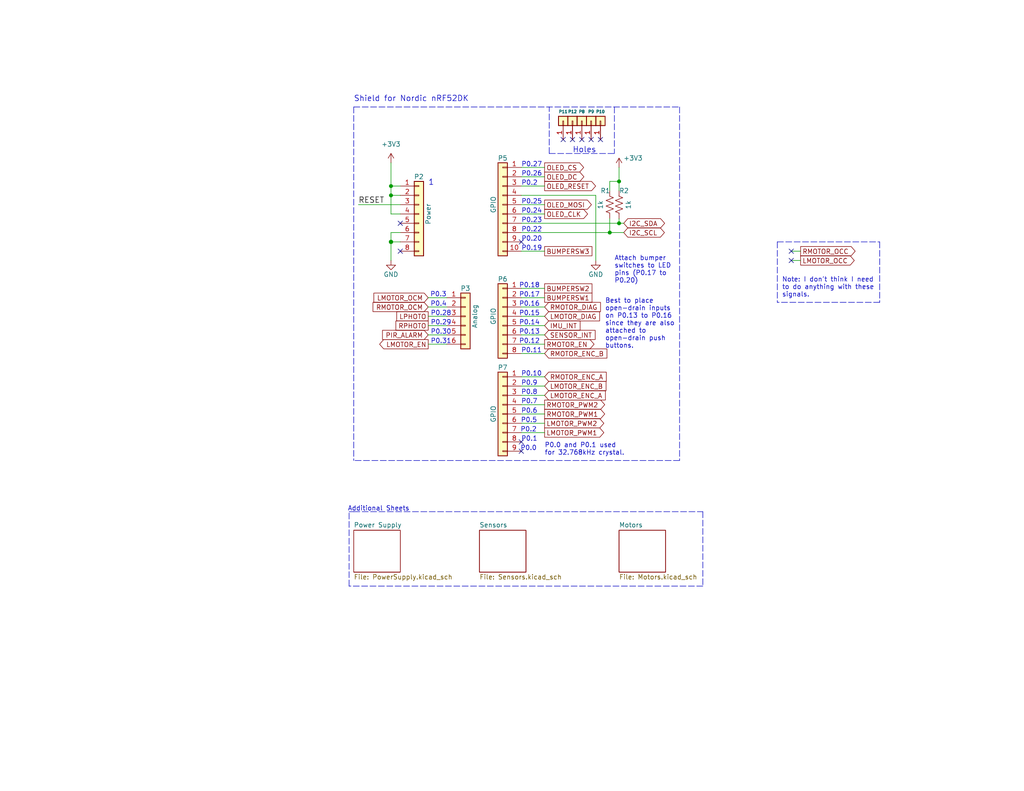
<source format=kicad_sch>
(kicad_sch (version 20211123) (generator eeschema)
  (paper "A")
  (title_block (title "RugRover Shield") (date "2022-03-29") (rev "0.1") (comment 1 "CC BY-SA 4.0"))
  (lib_symbols
    (symbol "Connector_Generic:Conn_01x01" (pin_names (offset 1.016) hide)
      (property "Reference" "J" (at 0 2.54 0))
      (property "Value" "Conn_01x01" (at 0 -2.54 0))
      (symbol "Conn_01x01_1_1"
        (rectangle (start -1.27 0.127) (end 0 -0.127) (stroke (width 0.1524)))
        (rectangle (start -1.27 1.27) (end 1.27 -1.27) (stroke (width 0.254)) (fill (type background)))
        (pin passive line (at -5.08 0 0) (length 3.81) (name "Pin_1") (number "1"))
      )
    )
    (symbol "Connector_Generic:Conn_01x06" (pin_names (offset 1.016) hide)
      (property "Reference" "J" (at 0 7.62 0))
      (property "Value" "Conn_01x06" (at 0 -10.16 0))
      (symbol "Conn_01x06_1_1"
        (rectangle (start -1.27 -7.493) (end 0 -7.747) (stroke (width 0.1524)))
        (rectangle (start -1.27 -4.953) (end 0 -5.207) (stroke (width 0.1524)))
        (rectangle (start -1.27 -2.413) (end 0 -2.667) (stroke (width 0.1524)))
        (rectangle (start -1.27 0.127) (end 0 -0.127) (stroke (width 0.1524)))
        (rectangle (start -1.27 2.667) (end 0 2.413) (stroke (width 0.1524)))
        (rectangle (start -1.27 5.207) (end 0 4.953) (stroke (width 0.1524)))
        (rectangle (start -1.27 6.35) (end 1.27 -8.89) (stroke (width 0.254)) (fill (type background)))
        (pin passive line (at -5.08 5.08 0) (length 3.81) (name "Pin_1") (number "1"))
        (pin passive line (at -5.08 2.54 0) (length 3.81) (name "Pin_2") (number "2"))
        (pin passive line (at -5.08 0 0) (length 3.81) (name "Pin_3") (number "3"))
        (pin passive line (at -5.08 -2.54 0) (length 3.81) (name "Pin_4") (number "4"))
        (pin passive line (at -5.08 -5.08 0) (length 3.81) (name "Pin_5") (number "5"))
        (pin passive line (at -5.08 -7.62 0) (length 3.81) (name "Pin_6") (number "6"))
      )
    )
    (symbol "Connector_Generic:Conn_01x08" (pin_names (offset 1.016) hide)
      (property "Reference" "J" (at 0 10.16 0))
      (property "Value" "Conn_01x08" (at 0 -12.7 0))
      (symbol "Conn_01x08_1_1"
        (rectangle (start -1.27 -10.033) (end 0 -10.287) (stroke (width 0.1524)))
        (rectangle (start -1.27 -7.493) (end 0 -7.747) (stroke (width 0.1524)))
        (rectangle (start -1.27 -4.953) (end 0 -5.207) (stroke (width 0.1524)))
        (rectangle (start -1.27 -2.413) (end 0 -2.667) (stroke (width 0.1524)))
        (rectangle (start -1.27 0.127) (end 0 -0.127) (stroke (width 0.1524)))
        (rectangle (start -1.27 2.667) (end 0 2.413) (stroke (width 0.1524)))
        (rectangle (start -1.27 5.207) (end 0 4.953) (stroke (width 0.1524)))
        (rectangle (start -1.27 7.747) (end 0 7.493) (stroke (width 0.1524)))
        (rectangle (start -1.27 8.89) (end 1.27 -11.43) (stroke (width 0.254)) (fill (type background)))
        (pin passive line (at -5.08 7.62 0) (length 3.81) (name "Pin_1") (number "1"))
        (pin passive line (at -5.08 5.08 0) (length 3.81) (name "Pin_2") (number "2"))
        (pin passive line (at -5.08 2.54 0) (length 3.81) (name "Pin_3") (number "3"))
        (pin passive line (at -5.08 0 0) (length 3.81) (name "Pin_4") (number "4"))
        (pin passive line (at -5.08 -2.54 0) (length 3.81) (name "Pin_5") (number "5"))
        (pin passive line (at -5.08 -5.08 0) (length 3.81) (name "Pin_6") (number "6"))
        (pin passive line (at -5.08 -7.62 0) (length 3.81) (name "Pin_7") (number "7"))
        (pin passive line (at -5.08 -10.16 0) (length 3.81) (name "Pin_8") (number "8"))
      )
    )
    (symbol "Connector_Generic:Conn_01x09" (pin_names (offset 1.016) hide)
      (property "Reference" "J" (at 0 12.7 0))
      (property "Value" "Conn_01x09" (at 0 -12.7 0))
      (symbol "Conn_01x09_1_1"
        (rectangle (start -1.27 -10.033) (end 0 -10.287) (stroke (width 0.1524)))
        (rectangle (start -1.27 -7.493) (end 0 -7.747) (stroke (width 0.1524)))
        (rectangle (start -1.27 -4.953) (end 0 -5.207) (stroke (width 0.1524)))
        (rectangle (start -1.27 -2.413) (end 0 -2.667) (stroke (width 0.1524)))
        (rectangle (start -1.27 0.127) (end 0 -0.127) (stroke (width 0.1524)))
        (rectangle (start -1.27 2.667) (end 0 2.413) (stroke (width 0.1524)))
        (rectangle (start -1.27 5.207) (end 0 4.953) (stroke (width 0.1524)))
        (rectangle (start -1.27 7.747) (end 0 7.493) (stroke (width 0.1524)))
        (rectangle (start -1.27 10.287) (end 0 10.033) (stroke (width 0.1524)))
        (rectangle (start -1.27 11.43) (end 1.27 -11.43) (stroke (width 0.254)) (fill (type background)))
        (pin passive line (at -5.08 10.16 0) (length 3.81) (name "Pin_1") (number "1"))
        (pin passive line (at -5.08 7.62 0) (length 3.81) (name "Pin_2") (number "2"))
        (pin passive line (at -5.08 5.08 0) (length 3.81) (name "Pin_3") (number "3"))
        (pin passive line (at -5.08 2.54 0) (length 3.81) (name "Pin_4") (number "4"))
        (pin passive line (at -5.08 0 0) (length 3.81) (name "Pin_5") (number "5"))
        (pin passive line (at -5.08 -2.54 0) (length 3.81) (name "Pin_6") (number "6"))
        (pin passive line (at -5.08 -5.08 0) (length 3.81) (name "Pin_7") (number "7"))
        (pin passive line (at -5.08 -7.62 0) (length 3.81) (name "Pin_8") (number "8"))
        (pin passive line (at -5.08 -10.16 0) (length 3.81) (name "Pin_9") (number "9"))
      )
    )
    (symbol "Connector_Generic:Conn_01x10" (pin_names (offset 1.016) hide)
      (property "Reference" "J" (at 0 12.7 0))
      (property "Value" "Conn_01x10" (at 0 -15.24 0))
      (symbol "Conn_01x10_1_1"
        (rectangle (start -1.27 -12.573) (end 0 -12.827) (stroke (width 0.1524)))
        (rectangle (start -1.27 -10.033) (end 0 -10.287) (stroke (width 0.1524)))
        (rectangle (start -1.27 -7.493) (end 0 -7.747) (stroke (width 0.1524)))
        (rectangle (start -1.27 -4.953) (end 0 -5.207) (stroke (width 0.1524)))
        (rectangle (start -1.27 -2.413) (end 0 -2.667) (stroke (width 0.1524)))
        (rectangle (start -1.27 0.127) (end 0 -0.127) (stroke (width 0.1524)))
        (rectangle (start -1.27 2.667) (end 0 2.413) (stroke (width 0.1524)))
        (rectangle (start -1.27 5.207) (end 0 4.953) (stroke (width 0.1524)))
        (rectangle (start -1.27 7.747) (end 0 7.493) (stroke (width 0.1524)))
        (rectangle (start -1.27 10.287) (end 0 10.033) (stroke (width 0.1524)))
        (rectangle (start -1.27 11.43) (end 1.27 -13.97) (stroke (width 0.254)) (fill (type background)))
        (pin passive line (at -5.08 10.16 0) (length 3.81) (name "Pin_1") (number "1"))
        (pin passive line (at -5.08 -12.7 0) (length 3.81) (name "Pin_10") (number "10"))
        (pin passive line (at -5.08 7.62 0) (length 3.81) (name "Pin_2") (number "2"))
        (pin passive line (at -5.08 5.08 0) (length 3.81) (name "Pin_3") (number "3"))
        (pin passive line (at -5.08 2.54 0) (length 3.81) (name "Pin_4") (number "4"))
        (pin passive line (at -5.08 0 0) (length 3.81) (name "Pin_5") (number "5"))
        (pin passive line (at -5.08 -2.54 0) (length 3.81) (name "Pin_6") (number "6"))
        (pin passive line (at -5.08 -5.08 0) (length 3.81) (name "Pin_7") (number "7"))
        (pin passive line (at -5.08 -7.62 0) (length 3.81) (name "Pin_8") (number "8"))
        (pin passive line (at -5.08 -10.16 0) (length 3.81) (name "Pin_9") (number "9"))
      )
    )
    (symbol "Device:R_US" (pin_numbers hide) (pin_names (offset 0))
      (property "Reference" "R" (at 2.54 0 90))
      (property "Value" "R_US" (at -2.54 0 90))
      (symbol "R_US_0_1"
        (polyline (pts (xy 0 -2.286) (xy 0 -2.54)))
        (polyline (pts (xy 0 2.286) (xy 0 2.54)))
        (polyline (pts (xy 0 -0.762) (xy 1.016 -1.143) (xy 0 -1.524) (xy -1.016 -1.905) (xy 0 -2.286)))
        (polyline (pts (xy 0 0.762) (xy 1.016 0.381) (xy 0 0) (xy -1.016 -0.381) (xy 0 -0.762)))
        (polyline (pts (xy 0 2.286) (xy 1.016 1.905) (xy 0 1.524) (xy -1.016 1.143) (xy 0 0.762)))
      )
      (symbol "R_US_1_1"
        (pin passive line (at 0 3.81 270) (length 1.27) (name "~") (number "1"))
        (pin passive line (at 0 -3.81 90) (length 1.27) (name "~") (number "2"))
      )
    )
    (symbol "power:+3.3V" (power) (pin_names (offset 0))
      (property "Value" "+3.3V" (at 0 3.556 0))
      (symbol "+3.3V_0_1"
        (polyline (pts (xy -0.762 1.27) (xy 0 2.54)))
        (polyline (pts (xy 0 0) (xy 0 2.54)))
        (polyline (pts (xy 0 2.54) (xy 0.762 1.27)))
      )
      (symbol "+3.3V_1_1"
        (pin power_in line (at 0 0 90) (length 0) hide (name "+3V3") (number "1"))
      )
    )
    (symbol "power:GND" (power) (pin_names (offset 0))
      (property "Value" "GND" (at 0 -3.81 0))
      (symbol "GND_0_1"
        (polyline (pts (xy 0 0) (xy 0 -1.27) (xy 1.27 -1.27) (xy 0 -2.54) (xy -1.27 -1.27) (xy 0 -1.27)))
      )
      (symbol "GND_1_1"
        (pin power_in line (at 0 0 270) (length 0) hide (name "GND") (number "1"))
      )
    )
  )
  (junction (at 106.68 53.34))
  (junction (at 106.68 50.8))
  (junction (at 166.37 63.5))
  (junction (at 168.91 49.53))
  (junction (at 106.68 66.04) (diameter 1.016))
  (junction (at 168.91 60.96))
  (no_connect (at 215.9 68.58))
  (no_connect (at 109.22 60.96))
  (no_connect (at 142.24 66.04))
  (no_connect (at 215.9 71.12))
  (no_connect (at 153.67 38.1))
  (no_connect (at 156.21 38.1))
  (no_connect (at 161.29 38.1))
  (no_connect (at 163.83 38.1))
  (no_connect (at 109.22 68.58))
  (no_connect (at 158.75 38.1))
  (no_connect (at 142.24 123.19))
  (no_connect (at 142.24 120.65))
  (wire (pts (xy 142.24 91.44) (xy 148.59 91.44)))
  (wire (pts (xy 168.91 45.72) (xy 168.91 49.53)))
  (wire (pts (xy 106.68 50.8) (xy 106.68 53.34)))
  (wire (pts (xy 142.24 60.96) (xy 168.91 60.96)))
  (polyline (pts (xy 191.77 160.02) (xy 95.25 160.02)))
  (wire (pts (xy 116.84 93.98) (xy 121.92 93.98)))
  (wire (pts (xy 166.37 52.07) (xy 166.37 49.53)))
  (wire (pts (xy 142.24 110.49) (xy 148.59 110.49)))
  (wire (pts (xy 166.37 49.53) (xy 168.91 49.53)))
  (wire (pts (xy 106.68 63.5) (xy 106.68 66.04)))
  (polyline (pts (xy 95.25 160.02) (xy 95.25 139.7)))
  (wire (pts (xy 142.24 88.9) (xy 148.59 88.9)))
  (wire (pts (xy 142.24 107.95) (xy 148.59 107.95)))
  (wire (pts (xy 106.68 58.42) (xy 106.68 53.34)))
  (wire (pts (xy 166.37 63.5) (xy 170.18 63.5)))
  (wire (pts (xy 106.68 66.04) (xy 106.68 71.12)))
  (wire (pts (xy 116.84 81.28) (xy 121.92 81.28)))
  (wire (pts (xy 116.84 91.44) (xy 121.92 91.44)))
  (polyline (pts (xy 95.25 139.7) (xy 96.52 139.7)))
  (polyline (pts (xy 96.52 29.21) (xy 96.52 125.73)))
  (polyline (pts (xy 212.09 66.04) (xy 240.03 66.04)))
  (wire (pts (xy 142.24 115.57) (xy 148.59 115.57)))
  (polyline (pts (xy 96.52 139.7) (xy 191.77 139.7)))
  (polyline (pts (xy 191.77 139.7) (xy 191.77 160.02)))
  (wire (pts (xy 142.24 105.41) (xy 148.59 105.41)))
  (polyline (pts (xy 149.86 41.91) (xy 149.86 29.21)) (stroke (width 0) (type dash)))
  (wire (pts (xy 142.24 50.8) (xy 148.59 50.8)))
  (polyline (pts (xy 240.03 82.55) (xy 212.09 82.55)))
  (wire (pts (xy 142.24 96.52) (xy 148.59 96.52)))
  (wire (pts (xy 142.24 83.82) (xy 148.59 83.82)))
  (wire (pts (xy 142.24 45.72) (xy 148.59 45.72)))
  (wire (pts (xy 215.9 68.58) (xy 218.44 68.58)))
  (wire (pts (xy 142.24 68.58) (xy 148.59 68.58)))
  (polyline (pts (xy 185.42 125.73) (xy 96.52 125.73)))
  (wire (pts (xy 142.24 55.88) (xy 148.59 55.88)))
  (wire (pts (xy 116.84 83.82) (xy 121.92 83.82)))
  (wire (pts (xy 109.22 50.8) (xy 106.68 50.8)))
  (wire (pts (xy 142.24 86.36) (xy 148.59 86.36)))
  (wire (pts (xy 148.59 58.42) (xy 142.24 58.42)))
  (polyline (pts (xy 96.52 29.21) (xy 185.42 29.21)))
  (wire (pts (xy 148.59 48.26) (xy 142.24 48.26)))
  (wire (pts (xy 215.9 71.12) (xy 218.44 71.12)))
  (wire (pts (xy 166.37 59.69) (xy 166.37 63.5)))
  (wire (pts (xy 97.79 55.88) (xy 109.22 55.88)))
  (wire (pts (xy 162.56 53.34) (xy 142.24 53.34)))
  (wire (pts (xy 109.22 66.04) (xy 106.68 66.04)))
  (polyline (pts (xy 240.03 66.04) (xy 240.03 82.55)))
  (wire (pts (xy 109.22 53.34) (xy 106.68 53.34)))
  (wire (pts (xy 106.68 44.45) (xy 106.68 50.8)))
  (wire (pts (xy 142.24 93.98) (xy 148.59 93.98)))
  (polyline (pts (xy 185.42 29.21) (xy 185.42 125.73)))
  (polyline (pts (xy 167.64 29.21) (xy 167.64 41.91)))
  (wire (pts (xy 109.22 63.5) (xy 106.68 63.5)))
  (wire (pts (xy 168.91 49.53) (xy 168.91 52.07)))
  (wire (pts (xy 116.84 86.36) (xy 121.92 86.36)))
  (wire (pts (xy 142.24 113.03) (xy 148.59 113.03)))
  (wire (pts (xy 142.24 81.28) (xy 148.59 81.28)))
  (wire (pts (xy 109.22 58.42) (xy 106.68 58.42)))
  (wire (pts (xy 142.24 78.74) (xy 148.59 78.74)))
  (polyline (pts (xy 212.09 66.04) (xy 212.09 82.55)))
  (polyline (pts (xy 149.86 41.91) (xy 167.64 41.91)))
  (wire (pts (xy 142.24 102.87) (xy 148.59 102.87)))
  (wire (pts (xy 142.24 63.5) (xy 166.37 63.5)))
  (wire (pts (xy 116.84 88.9) (xy 121.92 88.9)))
  (wire (pts (xy 142.24 118.11) (xy 148.59 118.11)))
  (wire (pts (xy 168.91 59.69) (xy 168.91 60.96)))
  (wire (pts (xy 168.91 60.96) (xy 170.18 60.96)))
  (wire (pts (xy 162.56 71.12) (xy 162.56 53.34)))
  (text "P0.24" (at 142.24 58.42 0) (effects (font (size 1.27 1.27)) (justify left bottom)))
  (text "P0.11" (at 142.1892 96.52 0) (effects (font (size 1.27 1.27)) (justify left bottom)))
  (text "Attach bumper \nswitches to LED \npins (P0.17 to \nP0.20)" (at 167.64 77.47 0) (effects (font (size 1.27 1.27)) (justify left bottom)))
  (text "P0.14" (at 147.32 88.9 180) (effects (font (size 1.27 1.27)) (justify right bottom)))
  (text "P0.9" (at 142.1892 105.41 0) (effects (font (size 1.27 1.27)) (justify left bottom)))
  (text "Note: I don't think I need\nto do anything with these\nsignals." (at 213.36 81.28 0) (effects (font (size 1.27 1.27)) (justify left bottom)))
  (text "P0.19" (at 142.24 68.58 0) (effects (font (size 1.27 1.27)) (justify left bottom)))
  (text "P0.12" (at 147.32 93.98 180) (effects (font (size 1.27 1.27)) (justify right bottom)))
  (text "P0.22" (at 142.24 63.5 0) (effects (font (size 1.27 1.27)) (justify left bottom)))
  (text "P0.30" (at 123.19 91.44 180) (effects (font (size 1.27 1.27)) (justify right bottom)))
  (text "P0.18" (at 147.32 78.74 180) (effects (font (size 1.27 1.27)) (justify right bottom)))
  (text "P0.5" (at 142.0876 115.57 0) (effects (font (size 1.27 1.27)) (justify left bottom)))
  (text "P0.2" (at 142.24 50.8 0) (effects (font (size 1.27 1.27)) (justify left bottom)))
  (text "P0.2" (at 141.986 118.11 0) (effects (font (size 1.27 1.27)) (justify left bottom)))
  (text "P0.20" (at 142.24 66.04 0) (effects (font (size 1.27 1.27)) (justify left bottom)))
  (text "Best to place \nopen-drain inputs \non P0.13 to P0.16 \nsince they are also \nattached to \nopen-drain push \nbuttons." (at 165.1 95.25 0) (effects (font (size 1.27 1.27)) (justify left bottom)))
  (text "P0.6" (at 142.1892 113.03 0) (effects (font (size 1.27 1.27)) (justify left bottom)))
  (text "P0.23" (at 142.24 60.96 0) (effects (font (size 1.27 1.27)) (justify left bottom)))
  (text "P0.16" (at 147.32 83.82 180) (effects (font (size 1.27 1.27)) (justify right bottom)))
  (text "P0.17" (at 147.32 81.28 180) (effects (font (size 1.27 1.27)) (justify right bottom)))
  (text "P0.0 and P0.1 used \nfor 32.768kHz crystal." (at 148.59 124.46 0) (effects (font (size 1.27 1.27)) (justify left bottom)))
  (text "P0.4" (at 121.92 83.82 180) (effects (font (size 1.27 1.27)) (justify right bottom)))
  (text "P0.1" (at 142.1892 120.65 0) (effects (font (size 1.27 1.27)) (justify left bottom)))
  (text "1" (at 116.84 50.8 0) (effects (font (size 1.524 1.524)) (justify left bottom)))
  (text "P0.31" (at 123.19 93.98 180) (effects (font (size 1.27 1.27)) (justify right bottom)))
  (text "P0.27" (at 142.24 45.72 0) (effects (font (size 1.27 1.27)) (justify left bottom)))
  (text "P0.15" (at 147.32 86.36 180) (effects (font (size 1.27 1.27)) (justify right bottom)))
  (text "P0.26" (at 142.24 48.26 0) (effects (font (size 1.27 1.27)) (justify left bottom)))
  (text "P0.3" (at 121.8692 81.2292 180) (effects (font (size 1.27 1.27)) (justify right bottom)))
  (text "P0.29" (at 123.19 88.9 180) (effects (font (size 1.27 1.27)) (justify right bottom)))
  (text "P0.8" (at 142.1892 107.8992 0) (effects (font (size 1.27 1.27)) (justify left bottom)))
  (text "P0.7" (at 142.1892 110.4392 0) (effects (font (size 1.27 1.27)) (justify left bottom)))
  (text "Holes" (at 156.21 41.91 0) (effects (font (size 1.524 1.524)) (justify left bottom)))
  (text "P0.13" (at 147.32 91.44 180) (effects (font (size 1.27 1.27)) (justify right bottom)))
  (text "P0.10" (at 142.1892 102.87 0) (effects (font (size 1.27 1.27)) (justify left bottom)))
  (text "Additional Sheets" (at 111.76 139.7 180) (effects (font (size 1.27 1.27)) (justify right bottom)))
  (text "P0.25" (at 142.24 55.88 0) (effects (font (size 1.27 1.27)) (justify left bottom)))
  (text "P0.0" (at 141.986 123.19 0) (effects (font (size 1.27 1.27)) (justify left bottom)))
  (text "P0.28" (at 123.19 86.36 180) (effects (font (size 1.27 1.27)) (justify right bottom)))
  (text "Shield for Nordic nRF52DK" (at 96.52 27.94 0) (effects (font (size 1.524 1.524)) (justify left bottom)))
  (label "RESET" (at 97.79 55.88 0) (effects (font (size 1.524 1.524))))
  (global_label "LMOTOR_PWM1" (shape output) (at 148.59 118.11 0) (property "Intersheet References" "${INTERSHEET_REFS}" (effects hide)))
  (global_label "I2C_SDA" (shape bidirectional) (at 170.18 60.96 0) (property "Intersheet References" "${INTERSHEET_REFS}" (effects hide)))
  (global_label "OLED_CLK" (shape output) (at 148.59 58.42 0) (property "Intersheet References" "${INTERSHEET_REFS}" (effects hide)))
  (global_label "LMOTOR_DIAG" (shape input) (at 148.59 86.36 0) (property "Intersheet References" "${INTERSHEET_REFS}" (effects hide)))
  (global_label "IMU_INT" (shape input) (at 148.59 88.9 0) (property "Intersheet References" "${INTERSHEET_REFS}" (effects hide)))
  (global_label "BUMPERSW1" (shape passive) (at 148.59 81.28 0) (property "Intersheet References" "${INTERSHEET_REFS}" (effects hide)))
  (global_label "OLED_MOSI" (shape output) (at 148.59 55.88 0) (property "Intersheet References" "${INTERSHEET_REFS}" (effects hide)))
  (global_label "LMOTOR_OCC" (shape output) (at 218.44 71.12 0) (property "Intersheet References" "${INTERSHEET_REFS}" (effects hide)))
  (global_label "RMOTOR_OCM" (shape input) (at 116.84 83.82 180) (property "Intersheet References" "${INTERSHEET_REFS}" (effects hide)))
  (global_label "LMOTOR_OCM" (shape input) (at 116.84 81.28 180) (property "Intersheet References" "${INTERSHEET_REFS}" (effects hide)))
  (global_label "OLED_RESET" (shape output) (at 148.59 50.8 0) (property "Intersheet References" "${INTERSHEET_REFS}" (effects hide)))
  (global_label "OLED_CS" (shape output) (at 148.59 45.72 0) (property "Intersheet References" "${INTERSHEET_REFS}" (effects hide)))
  (global_label "BUMPERSW3" (shape passive) (at 148.59 68.58 0) (property "Intersheet References" "${INTERSHEET_REFS}" (effects hide)))
  (global_label "LPHOTO" (shape passive) (at 116.84 86.36 180) (property "Intersheet References" "${INTERSHEET_REFS}" (effects hide)))
  (global_label "PIR_ALARM" (shape input) (at 116.84 91.44 180) (property "Intersheet References" "${INTERSHEET_REFS}" (effects hide)))
  (global_label "RPHOTO" (shape passive) (at 116.84 88.9 180) (property "Intersheet References" "${INTERSHEET_REFS}" (effects hide)))
  (global_label "RMOTOR_PWM2" (shape output) (at 148.59 110.49 0) (property "Intersheet References" "${INTERSHEET_REFS}" (effects hide)))
  (global_label "SENSOR_INT" (shape input) (at 148.59 91.44 0) (property "Intersheet References" "${INTERSHEET_REFS}" (effects hide)))
  (global_label "LMOTOR_PWM2" (shape output) (at 148.59 115.57 0) (property "Intersheet References" "${INTERSHEET_REFS}" (effects hide)))
  (global_label "I2C_SCL" (shape bidirectional) (at 170.18 63.5 0) (property "Intersheet References" "${INTERSHEET_REFS}" (effects hide)))
  (global_label "LMOTOR_ENC_A" (shape input) (at 148.59 107.95 0) (property "Intersheet References" "${INTERSHEET_REFS}" (effects hide)))
  (global_label "RMOTOR_DIAG" (shape input) (at 148.59 83.82 0) (property "Intersheet References" "${INTERSHEET_REFS}" (effects hide)))
  (global_label "RMOTOR_EN" (shape output) (at 148.59 93.98 0) (property "Intersheet References" "${INTERSHEET_REFS}" (effects hide)))
  (global_label "RMOTOR_ENC_B" (shape input) (at 148.59 96.52 0) (property "Intersheet References" "${INTERSHEET_REFS}" (effects hide)))
  (global_label "RMOTOR_ENC_A" (shape input) (at 148.59 102.87 0) (property "Intersheet References" "${INTERSHEET_REFS}" (effects hide)))
  (global_label "RMOTOR_OCC" (shape output) (at 218.44 68.58 0) (property "Intersheet References" "${INTERSHEET_REFS}" (effects hide)))
  (global_label "LMOTOR_ENC_B" (shape input) (at 148.59 105.41 0) (property "Intersheet References" "${INTERSHEET_REFS}" (effects hide)))
  (global_label "LMOTOR_EN" (shape output) (at 116.84 93.98 180) (property "Intersheet References" "${INTERSHEET_REFS}" (effects hide)))
  (global_label "BUMPERSW2" (shape passive) (at 148.59 78.74 0) (property "Intersheet References" "${INTERSHEET_REFS}" (effects hide)))
  (global_label "OLED_DC" (shape output) (at 148.59 48.26 0) (property "Intersheet References" "${INTERSHEET_REFS}" (effects hide)))
  (global_label "RMOTOR_PWM1" (shape output) (at 148.59 113.03 0) (property "Intersheet References" "${INTERSHEET_REFS}" (effects hide)))
  (symbol (lib_id "Connector_Generic:Conn_01x01") (at 153.67 33.02 90) (unit 1)
    (property "Reference" "P11" (at 153.67 30.48 90) (effects (font (size 0.7874 0.7874))))
    (property "Value" "CONN_01X01" (effects hide))
    (property "Footprint" "Socket_Arduino_Mega:Arduino_1pin" (effects hide))
  )
  (symbol (lib_id "Connector_Generic:Conn_01x01") (at 156.21 33.02 90) (unit 1)
    (property "Reference" "P12" (at 156.21 30.48 90) (effects (font (size 0.7874 0.7874))))
    (property "Value" "CONN_01X01" (effects hide))
    (property "Footprint" "Socket_Arduino_Mega:Arduino_1pin" (effects hide))
  )
  (symbol (lib_id "Connector_Generic:Conn_01x01") (at 158.75 33.02 90) (unit 1)
    (property "Reference" "P8" (at 158.75 30.48 90) (effects (font (size 0.7874 0.7874))))
    (property "Value" "CONN_01X01" (effects hide))
    (property "Footprint" "Socket_Arduino_Mega:Arduino_1pin" (effects hide))
  )
  (symbol (lib_id "Connector_Generic:Conn_01x01") (at 161.29 33.02 90) (unit 1)
    (property "Reference" "P9" (at 161.29 30.48 90) (effects (font (size 0.7874 0.7874))))
    (property "Value" "CONN_01X01" (effects hide))
    (property "Footprint" "Socket_Arduino_Mega:Arduino_1pin" (effects hide))
  )
  (symbol (lib_id "Connector_Generic:Conn_01x01") (at 163.83 33.02 90) (unit 1)
    (property "Reference" "P10" (at 163.83 30.48 90) (effects (font (size 0.7874 0.7874))))
    (property "Value" "CONN_01X01" (effects hide))
    (property "Footprint" "Socket_Arduino_Mega:Arduino_1pin" (effects hide))
  )
  (symbol (lib_id "Connector_Generic:Conn_01x08") (at 114.3 58.42 0) (unit 1)
    (property "Reference" "P2" (at 114.3 48.26 0))
    (property "Value" "Power" (at 116.84 58.42 90))
    (property "Footprint" "Socket_Arduino_Mega:Socket_Strip_Arduino_1x08" (effects hide))
  )
  (symbol (lib_id "power:GND") (at 106.68 71.12 0) (unit 1)
    (property "Reference" "#PWR02" (effects hide))
    (property "Value" "GND" (at 106.68 74.93 0))
  )
  (symbol (lib_id "Connector_Generic:Conn_01x10") (at 137.16 55.88 0) (mirror y) (unit 1)
    (property "Reference" "P5" (at 137.16 43.18 0))
    (property "Value" "GPIO" (at 134.62 55.88 90))
    (property "Footprint" "Socket_Arduino_Mega:Socket_Strip_Arduino_1x10" (effects hide))
  )
  (symbol (lib_id "power:GND") (at 162.56 71.12 0) (unit 1)
    (property "Reference" "#PWR03" (effects hide))
    (property "Value" "GND" (at 162.56 74.93 0))
  )
  (symbol (lib_id "Connector_Generic:Conn_01x06") (at 127 86.36 0) (unit 1)
    (property "Reference" "P3" (at 127 78.74 0))
    (property "Value" "Analog" (at 129.54 86.36 90))
    (property "Footprint" "Connector_PinHeader_2.54mm:PinHeader_1x06_P2.54mm_Vertical" (effects hide))
  )
  (symbol (lib_id "Connector_Generic:Conn_01x08") (at 137.16 86.36 0) (mirror y) (unit 1)
    (property "Reference" "P6" (at 137.16 76.2 0))
    (property "Value" "GPIO" (at 134.62 86.36 90))
    (property "Footprint" "Socket_Arduino_Mega:Socket_Strip_Arduino_1x08" (effects hide))
  )
  (symbol (lib_id "Connector_Generic:Conn_01x09") (at 137.16 113.03 0) (mirror y) (unit 1)
    (property "Reference" "P7" (at 137.16 100.33 0))
    (property "Value" "GPIO" (at 134.62 113.03 90))
    (property "Footprint" "Connector_PinHeader_2.54mm:PinHeader_1x09_P2.54mm_Vertical" (effects hide))
  )
  (symbol (lib_id "Device:R_US") (at 166.37 55.88 0) (unit 1)
    (property "Reference" "R1" (at 163.83 52.07 0) (effects (justify left)))
    (property "Value" "1k" (at 163.83 57.15 90) (effects (justify left)))
    (property "Footprint" "Resistor_SMD:R_0805_2012Metric_Pad1.20x1.40mm_HandSolder" (effects hide))
  )
  (symbol (lib_id "power:+3.3V") (at 168.91 45.72 0) (unit 1)
    (property "Reference" "#PWR04" (effects hide))
    (property "Value" "+3.3V" (at 172.72 43.18 0))
  )
  (symbol (lib_id "Device:R_US") (at 168.91 55.88 0) (unit 1)
    (property "Reference" "R2" (at 168.91 52.07 0) (effects (justify left)))
    (property "Value" "1k" (at 171.45 57.15 90) (effects (justify left)))
    (property "Footprint" "Resistor_SMD:R_0805_2012Metric_Pad1.20x1.40mm_HandSolder" (effects hide))
  )
  (symbol (lib_id "power:+3.3V") (at 106.68 44.45 0) (unit 1)
    (property "Reference" "#PWR01" (effects hide))
    (property "Value" "+3.3V" (at 106.68 39.37 0))
  )
  (sheet (at 168.91 144.78) (size 12.7 11.43) (stroke (width 0.1524))
    (property "Sheet name" "Motors" (at 168.91 144.0684 0) (effects (justify left bottom)))
    (property "Sheet file" "Motors.kicad_sch" (at 168.91 156.7946 0) (effects (justify left top)))
  )
  (sheet (at 96.52 144.78) (size 12.7 11.43) (stroke (width 0.1524))
    (property "Sheet name" "Power Supply" (at 96.52 144.0684 0) (effects (justify left bottom)))
    (property "Sheet file" "PowerSupply.kicad_sch" (at 96.52 156.7946 0) (effects (justify left top)))
  )
  (sheet (at 130.81 144.78) (size 12.7 11.43) (stroke (width 0.1524))
    (property "Sheet name" "Sensors" (at 130.81 144.0684 0) (effects (justify left bottom)))
    (property "Sheet file" "Sensors.kicad_sch" (at 130.81 156.7946 0) (effects (justify left top)))
  )
)
</source>
